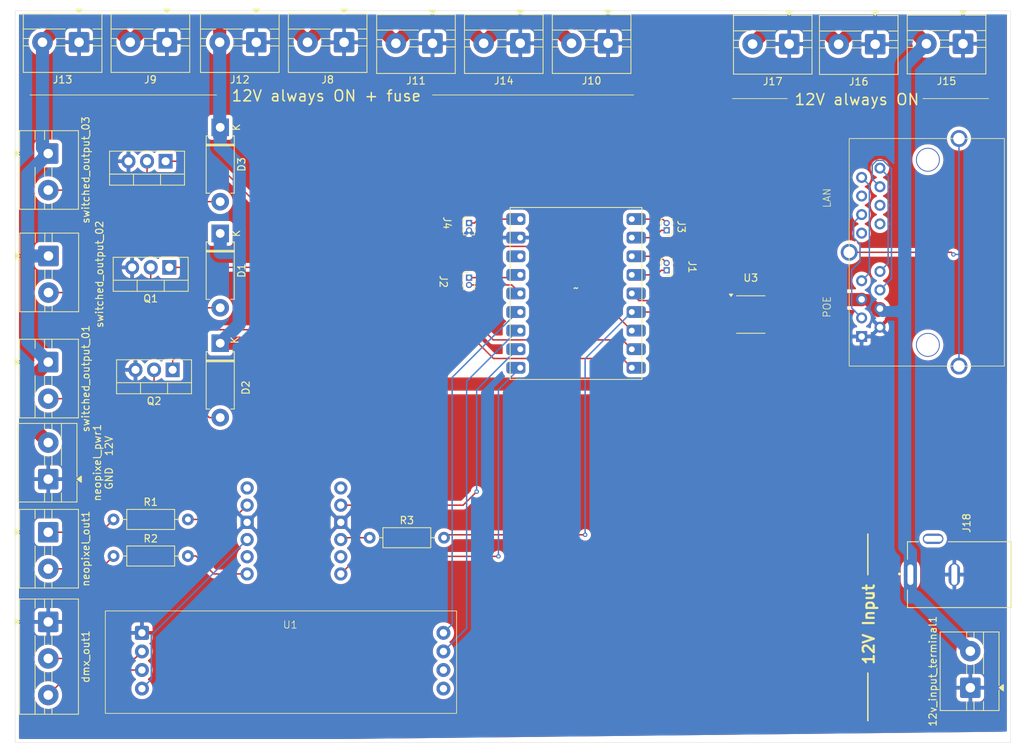
<source format=kicad_pcb>
(kicad_pcb (version 20241229) (generator "pcbnew") (generator_version "9.0")
  (layers (0 "F.Cu" signal) (2 "B.Cu" signal) (13 "F.Paste" user) (15 "B.Paste" user) (5 "F.SilkS" user "F.Silkscreen") (7 "B.SilkS" user "B.Silkscreen") (1 "F.Mask" user) (3 "B.Mask" user) (25 "Edge.Cuts" user))
  (net 0 "")
  (net 1 "Net-(D1-A)")
  (net 2 "/SW 12V")
  (net 3 "Net-(D2-A)")
  (net 4 "Net-(D3-A)")
  (net 5 "VCC 12V")
  (net 6 "GND")
  (net 7 "Net-(J20-Pad11)")
  (net 9 "Net-(J20-Pad14)")
  (net 10 "Net-(J20-Pad1)")
  (net 11 "Net-(J20-Pad10)")
  (net 14 "unconnected-(J20-PadSH)")
  (net 17 "Net-(U1-HV3)")
  (net 18 "Net-(U1-HV1)")
  (net 19 "Net-(Q1-G)")
  (net 20 "Net-(U1-LV1)")
  (net 21 "Net-(U3-IN)")
  (net 22 "VCC 5V")
  (net 26 "VCC 3V3")
  (net 27 "Net-(U2-DE)")
  (net 30 "Net-(J4-Pin_1)")
  (net 31 "Net-(U2-B)")
  (net 32 "Net-(U2-A)")
  (net 33 "Net-(neopixel_out1-Pin_1)")
  (net 34 "Net-(neopixel_out1-Pin_2)")
  (net 35 "Net-(J3-Pin_1)")
  (net 36 "Net-(U2-DI)")
  (net 37 "Net-(J3-Pin_2)")
  (net 38 "Net-(U3-ST)")
  (net 39 "Net-(Q3-G)")
  (net 40 "Net-(Q2-G)")
  (net 41 "Net-(U1-LV3)")
  (net 44 "Net-(J2-Pin_1)")
  (net 45 "Net-(J1-Pin_1)")
  (net 46 "Net-(J2-Pin_2)")
  (net 47 "Net-(J1-Pin_2)")
  (footprint "Resistor_THT:R_Axial_DIN0207_L6.3mm_D2.5mm_P10.16mm_Horizontal" (layer "F.Cu") (at 136.92 102.5)
    (property "Reference" "R3" (at 5.08 -2.37 0) (layer "F.SilkS"))
    (property "Value" "R")
    (pad "1" thru_hole circle (at 0 0) (size 1.6 1.6) (drill 0.8) (layers "*.Cu" "*.Mask") (net 26 "VCC 3V3"))
    (pad "2" thru_hole circle (at 10.16 0) (size 1.6 1.6) (drill 0.8) (layers "*.Cu" "*.Mask") (net 38 "Net-(U3-ST)"))
  )
  (footprint "TerminalBlock:TerminalBlock_MaiXu_MX126-5.0-02P_1x02_P5.00mm" (layer "F.Cu") (at 93 94.5 90)
    (property "Reference" "neopixel_pwr1\nGND  12V" (at 2.25 7.5 90) (layer "F.SilkS"))
    (property "Value" "Screw_Terminal_01x02")
    (pad "1" thru_hole roundrect (at 0 0 90) (size 2.8 2.8) (drill 1.3) (layers "*.Cu" "*.Mask") (roundrect_rratio 0.089286) (net 6 "GND"))
    (pad "2" thru_hole circle (at 5 0 90) (size 2.8 2.8) (drill 1.3) (layers "*.Cu" "*.Mask") (net 2 "/SW 12V"))
  )
  (footprint "TerminalBlock:TerminalBlock_MaiXu_MX126-5.0-03P_1x03_P5.00mm" (layer "F.Cu") (at 93 114 -90)
    (property "Reference" "dmx_out1" (at 4.75 -5.12 90) (layer "F.SilkS"))
    (property "Value" "DMX Out")
    (pad "1" thru_hole roundrect (at 0 0 270) (size 2.8 2.8) (drill 1.3) (layers "*.Cu" "*.Mask") (roundrect_rratio 0.089286) (net 6 "GND"))
    (pad "2" thru_hole circle (at 5 0 270) (size 2.8 2.8) (drill 1.3) (layers "*.Cu" "*.Mask") (net 32 "Net-(U2-A)"))
    (pad "3" thru_hole circle (at 10 0 270) (size 2.8 2.8) (drill 1.3) (layers "*.Cu" "*.Mask") (net 31 "Net-(U2-B)"))
  )
  (footprint "Diode_THT:D_DO-15_P10.16mm_Horizontal" (layer "F.Cu") (at 116.5 46.42 -90)
    (property "Reference" "D3" (at 5.08 -2.92 90) (layer "F.SilkS"))
    (property "Value" "D")
    (fp_text user "K" (at 0 -2.2 90) (layer "F.SilkS"))
    (pad "1" thru_hole rect (at 0 0 270) (size 2.4 2.4) (drill 1.2) (layers "*.Cu" "*.Mask") (net 2 "/SW 12V"))
    (pad "2" thru_hole oval (at 10.16 0 270) (size 2.4 2.4) (drill 1.2) (layers "*.Cu" "*.Mask") (net 4 "Net-(D3-A)"))
  )
  (footprint "TerminalBlock:TerminalBlock_MaiXu_MX126-5.0-02P_1x02_P5.00mm" (layer "F.Cu") (at 169.5 34.935 180)
    (property "Reference" "J10" (at 2.25 -5.12 0) (layer "F.SilkS"))
    (property "Value" "Screw_Terminal_01x02")
    (pad "1" thru_hole roundrect (at 0 0 180) (size 2.8 2.8) (drill 1.3) (layers "*.Cu" "*.Mask") (roundrect_rratio 0.089286) (net 6 "GND"))
    (pad "2" thru_hole circle (at 5 0 180) (size 2.8 2.8) (drill 1.3) (layers "*.Cu" "*.Mask") (net 2 "/SW 12V"))
  )
  (footprint "Package_TO_SOT_THT:TO-220-3_Vertical" (layer "F.Cu") (at 109.04 51.055 180)
    (property "Reference" "Q3" (hide yes))
    (property "Value" "IRLZ44N")
    (pad "1" thru_hole rect (at 0 0 180) (size 1.905 2) (drill 1.1) (layers "*.Cu" "*.Mask") (net 39 "Net-(Q3-G)"))
    (pad "2" thru_hole oval (at 2.54 0 180) (size 1.905 2) (drill 1.1) (layers "*.Cu" "*.Mask") (net 4 "Net-(D3-A)"))
    (pad "3" thru_hole oval (at 5.08 0 180) (size 1.905 2) (drill 1.1) (layers "*.Cu" "*.Mask") (net 6 "GND"))
  )
  (footprint "eigene_footprints:RJ45_X2_CC_Aliexpress" (layer "F.Cu") (at 204.15 75.005 90)
    (property "Reference" "J20" (hide yes))
    (property "Value" "rj45-CC-X2-Aliexpress")
    (pad "" np_thru_hole circle (at -1.145 9.05 90) (size 3.25 3.25) (drill 3) (layers "*.Cu" "*.Mask"))
    (pad "" np_thru_hole circle (at 24.155 9.05 90) (size 3.25 3.25) (drill 3) (layers "*.Cu" "*.Mask"))
    (pad "1" thru_hole circle (at 23.01 2.5 90) (size 1.5 1.5) (drill 0.89) (layers "*.Cu" "*.Mask") (net 10 "Net-(J20-Pad1)"))
    (pad "2" thru_hole circle (at 21.74 0 90) (size 1.5 1.5) (drill 0.89) (layers "*.Cu" "*.Mask") (net 11 "Net-(J20-Pad10)"))
    (pad "3" thru_hole circle (at 20.47 2.5 90) (size 1.5 1.5) (drill 0.89) (layers "*.Cu" "*.Mask") (net 7 "Net-(J20-Pad11)"))
    (pad "4" thru_hole circle (at 19.2 0 90) (size 1.5 1.5) (drill 0.89) (layers "*.Cu" "*.Mask"))
    (pad "5" thru_hole circle (at 17.93 2.5 90) (size 1.5 1.5) (drill 0.89) (layers "*.Cu" "*.Mask"))
    (pad "6" thru_hole circle (at 16.66 0 90) (size 1.5 1.5) (drill 0.89) (layers "*.Cu" "*.Mask") (net 9 "Net-(J20-Pad14)"))
    (pad "7" thru_hole circle (at 15.39 2.5 90) (size 1.5 1.5) (drill 0.89) (layers "*.Cu" "*.Mask"))
    (pad "8" thru_hole circle (at 14.12 0 90) (size 1.5 1.5) (drill 0.89) (layers "*.Cu" "*.Mask"))
    (pad "9" thru_hole circle (at 8.89 2.5 90) (size 1.5 1.5) (drill 0.89) (layers "*.Cu" "*.Mask") (net 10 "Net-(J20-Pad1)"))
    (pad "10" thru_hole circle (at 7.62 0 90) (size 1.5 1.5) (drill 0.89) (layers "*.Cu" "*.Mask") (net 11 "Net-(J20-Pad10)"))
    (pad "11" thru_hole circle (at 6.35 2.5 90) (size 1.5 1.5) (drill 0.89) (layers "*.Cu" "*.Mask") (net 7 "Net-(J20-Pad11)"))
    (pad "12" thru_hole circle (at 5.08 0 90) (size 1.5 1.5) (drill 0.89) (layers "*.Cu" "*.Mask") (net 5 "VCC 12V"))
    (pad "13" thru_hole circle (at 3.81 2.5 90) (size 1.5 1.5) (drill 0.89) (layers "*.Cu" "*.Mask") (net 5 "VCC 12V"))
    (pad "14" thru_hole circle (at 2.54 0 90) (size 1.5 1.5) (drill 0.89) (layers "*.Cu" "*.Mask") (net 9 "Net-(J20-Pad14)"))
    (pad "15" thru_hole circle (at 1.27 2.5 90) (size 1.5 1.5) (drill 0.89) (layers "*.Cu" "*.Mask") (net 6 "GND"))
    (pad "16" thru_hole rect (at 0 0 90) (size 1.5 1.5) (drill 0.89) (layers "*.Cu" "*.Mask") (net 6 "GND"))
    (pad "SH" thru_hole circle (at -4.045 13.3 90) (size 2.3 2.3) (drill 1.57) (layers "*.Cu" "*.Mask") (net 14 "unconnected-(J20-PadSH)"))
    (pad "SH" thru_hole circle (at 11.505 -1.7 90) (size 2.3 2.3) (drill 1.57) (layers "*.Cu" "*.Mask") (net 14 "unconnected-(J20-PadSH)"))
    (pad "SH" thru_hole circle (at 27.055 13.3 90) (size 2.3 2.3) (drill 1.57) (layers "*.Cu" "*.Mask") (net 14 "unconnected-(J20-PadSH)"))
  )
  (footprint "TerminalBlock:TerminalBlock_MaiXu_MX126-5.0-02P_1x02_P5.00mm" (layer "F.Cu") (at 218 35 180)
    (property "Reference" "J15" (at 2.25 -5.12 0) (layer "F.SilkS"))
    (property "Value" "Screw_Terminal_01x02")
    (pad "1" thru_hole roundrect (at 0 0 180) (size 2.8 2.8) (drill 1.3) (layers "*.Cu" "*.Mask") (roundrect_rratio 0.089286) (net 6 "GND"))
    (pad "2" thru_hole circle (at 5 0 180) (size 2.8 2.8) (drill 1.3) (layers "*.Cu" "*.Mask") (net 5 "VCC 12V"))
  )
  (footprint "eigene_footprints:ESP32-S3-Zero" (layer "F.Cu") (at 154.96 81.82)
    (property "Reference" "ESP32_S3")
    (property "Value" "~" (at 10.16 -13.45 0) (layer "F.SilkS"))
    (pad "1" thru_hole roundrect (at 2.54 -15.24) (size 2.6 1.6002) (drill 0.8 (offset -0.6 0)) (layers "*.Cu" "*.Mask") (net 44 "Net-(J2-Pin_1)"))
    (pad "2" thru_hole roundrect (at 2.54 -12.7) (size 2.6 1.6002) (drill 0.8 (offset -0.6 0)) (layers "*.Cu" "*.Mask") (net 46 "Net-(J2-Pin_2)"))
    (pad "3" thru_hole roundrect (at 2.54 -10.16) (size 2.6 1.6002) (drill 0.8 (offset -0.6 0)) (layers "*.Cu" "*.Mask") (net 36 "Net-(U2-DI)"))
    (pad "3V3" thru_hole roundrect (at 2.54 -17.78) (size 2.6 1.6002) (drill 0.8 (offset -0.6 0)) (layers "*.Cu" "*.Mask"))
    (pad "4" thru_hole roundrect (at 2.54 -7.62) (size 2.6 1.6002) (drill 0.8 (offset -0.6 0)) (layers "*.Cu" "*.Mask") (net 27 "Net-(U2-DE)"))
    (pad "5" thru_hole roundrect (at 2.54 -5.08) (size 2.6 1.6002) (drill 0.8 (offset -0.6 0)) (layers "*.Cu" "*.Mask") (net 41 "Net-(U1-LV3)"))
    (pad "5V" thru_hole roundrect (at 2.54 -22.86) (size 2.6 1.6002) (drill 0.8 (offset -0.6 0)) (layers "*.Cu" "*.Mask") (net 30 "Net-(J4-Pin_1)"))
    (pad "6" thru_hole roundrect (at 2.54 -2.54) (size 2.6 1.6002) (drill 0.8 (offset -0.6 0)) (layers "*.Cu" "*.Mask") (net 20 "Net-(U1-LV1)"))
    (pad "7" thru_hole roundrect (at 17.78 -2.54) (size 2.6 1.6002) (drill 0.8 (offset 0.6 0)) (layers "*.Cu" "*.Mask") (net 40 "Net-(Q2-G)"))
    (pad "8" thru_hole roundrect (at 17.78 -5.08) (size 2.6 1.6002) (drill 0.8 (offset 0.6 0)) (layers "*.Cu" "*.Mask") (net 19 "Net-(Q1-G)"))
    (pad "9" thru_hole roundrect (at 17.78 -7.62) (size 2.6 1.6002) (drill 0.8 (offset 0.6 0)) (layers "*.Cu" "*.Mask") (net 39 "Net-(Q3-G)"))
    (pad "10" thru_hole roundrect (at 17.78 -10.16) (size 2.6 1.6002) (drill 0.8 (offset 0.6 0)) (layers "*.Cu" "*.Mask") (net 38 "Net-(U3-ST)"))
    (pad "11" thru_hole roundrect (at 17.78 -12.7) (size 2.6 1.6) (drill 0.8 (offset 0.6 0)) (layers "*.Cu" "*.Mask") (net 21 "Net-(U3-IN)"))
    (pad "12" thru_hole roundrect (at 17.78 -15.24) (size 2.6 1.6) (drill 0.8 (offset 0.6 0)) (layers "*.Cu" "*.Mask") (net 45 "Net-(J1-Pin_1)"))
    (pad "13" thru_hole roundrect (at 17.78 -17.78) (size 2.6 1.6) (drill 0.8 (offset 0.6 0)) (layers "*.Cu" "*.Mask") (net 47 "Net-(J1-Pin_2)"))
    (pad "GND" thru_hole roundrect (at 2.54 -20.32) (size 2.6 1.6002) (drill 0.8 (offset -0.6 0)) (layers "*.Cu" "*.Mask") (net 6 "GND"))
    (pad "RX" thru_hole roundrect (at 17.78 -20.32) (size 2.6 1.6) (drill 0.8 (offset 0.6 0)) (layers "*.Cu" "*.Mask") (net 35 "Net-(J3-Pin_1)"))
    (pad "TX" thru_hole roundrect (at 17.78 -22.86) (size 2.6 1.6) (drill 0.8 (offset 0.6 0)) (layers "*.Cu" "*.Mask") (net 37 "Net-(J3-Pin_2)"))
  )
  (footprint "TerminalBlock:TerminalBlock_MaiXu_MX126-5.0-02P_1x02_P5.00mm" (layer "F.Cu") (at 121.4274 34.7973 180)
    (property "Reference" "J12" (at 2.25 -5.12 0) (layer "F.SilkS"))
    (property "Value" "Screw_Terminal_01x02")
    (pad "1" thru_hole roundrect (at 0 0 180) (size 2.8 2.8) (drill 1.3) (layers "*.Cu" "*.Mask") (roundrect_rratio 0.089286) (net 6 "GND"))
    (pad "2" thru_hole circle (at 5 0 180) (size 2.8 2.8) (drill 1.3) (layers "*.Cu" "*.Mask") (net 2 "/SW 12V"))
  )
  (footprint "TerminalBlock:TerminalBlock_MaiXu_MX126-5.0-02P_1x02_P5.00mm" (layer "F.Cu") (at 145.5 34.935 180)
    (property "Reference" "J11" (at 2.25 -5.12 0) (layer "F.SilkS"))
    (property "Value" "Screw_Terminal_01x02")
    (pad "1" thru_hole roundrect (at 0 0 180) (size 2.8 2.8) (drill 1.3) (layers "*.Cu" "*.Mask") (roundrect_rratio 0.089286) (net 6 "GND"))
    (pad "2" thru_hole circle (at 5 0 180) (size 2.8 2.8) (drill 1.3) (layers "*.Cu" "*.Mask") (net 2 "/SW 12V"))
  )
  (footprint "TerminalBlock:TerminalBlock_MaiXu_MX126-5.0-02P_1x02_P5.00mm" (layer "F.Cu") (at 109.2103 34.7897 180)
    (property "Reference" "J9" (at 2.25 -5.12 0) (layer "F.SilkS"))
    (property "Value" "Screw_Terminal_01x02")
    (pad "1" thru_hole roundrect (at 0 0 180) (size 2.8 2.8) (drill 1.3) (layers "*.Cu" "*.Mask") (roundrect_rratio 0.089286) (net 6 "GND"))
    (pad "2" thru_hole circle (at 5 0 180) (size 2.8 2.8) (drill 1.3) (layers "*.Cu" "*.Mask") (net 2 "/SW 12V"))
  )
  (footprint "TerminalBlock:TerminalBlock_MaiXu_MX126-5.0-02P_1x02_P5.00mm" (layer "F.Cu") (at 97.2103 34.7897 180)
    (property "Reference" "J13" (at 2.25 -5.12 0) (layer "F.SilkS"))
    (property "Value" "Screw_Terminal_01x02")
    (pad "1" thru_hole roundrect (at 0 0 180) (size 2.8 2.8) (drill 1.3) (layers "*.Cu" "*.Mask") (roundrect_rratio 0.089286) (net 6 "GND"))
    (pad "2" thru_hole circle (at 5 0 180) (size 2.8 2.8) (drill 1.3) (layers "*.Cu" "*.Mask") (net 2 "/SW 12V"))
  )
  (footprint "Package_TO_SOT_THT:TO-220-3_Vertical" (layer "F.Cu") (at 109.54 65.555 180)
    (property "Reference" "Q1" (at 2.54 -4.27 0) (layer "F.SilkS"))
    (property "Value" "IRLZ44N")
    (pad "1" thru_hole rect (at 0 0 180) (size 1.905 2) (drill 1.1) (layers "*.Cu" "*.Mask") (net 19 "Net-(Q1-G)"))
    (pad "2" thru_hole oval (at 2.54 0 180) (size 1.905 2) (drill 1.1) (layers "*.Cu" "*.Mask") (net 1 "Net-(D1-A)"))
    (pad "3" thru_hole oval (at 5.08 0 180) (size 1.905 2) (drill 1.1) (layers "*.Cu" "*.Mask") (net 6 "GND"))
  )
  (footprint "LOGO" (layer "F.Cu") (at 183.5 112.5)
    (property "Reference" "G***" (hide yes))
    (property "Value" "LOGO" (hide yes))
  )
  (footprint "eigene_footprints:max845 modul" (layer "F.Cu") (at 105.8 115.5)
    (property "Reference" "U2" (hide yes))
    (property "Value" "MAX485E")
    (pad "1" thru_hole circle (at 41.2 7.62) (size 1.905 1.905) (drill 1) (layers "*.Cu" "*.Mask"))
    (pad "2" thru_hole circle (at 41.2 5.08) (size 1.905 1.905) (drill 1) (layers "*.Cu" "*.Mask"))
    (pad "3" thru_hole circle (at 41.2 2.54) (size 1.905 1.905) (drill 1) (layers "*.Cu" "*.Mask") (net 27 "Net-(U2-DE)"))
    (pad "4" thru_hole circle (at 41.2 0) (size 1.905 1.905) (drill 1) (layers "*.Cu" "*.Mask") (net 36 "Net-(U2-DI)"))
    (pad "5" thru_hole roundrect (at 0 0) (size 1.905 1.905) (drill 1) (layers "*.Cu" "*.Mask") (roundrect_rratio 0.1312335958) (net 6 "GND"))
    (pad "6" thru_hole circle (at 0 2.54) (size 1.905 1.905) (drill 1) (layers "*.Cu" "*.Mask") (net 32 "Net-(U2-A)"))
    (pad "7" thru_hole circle (at 0 5.08) (size 1.905 1.905) (drill 1) (layers "*.Cu" "*.Mask") (net 31 "Net-(U2-B)"))
    (pad "8" thru_hole circle (at 0 7.62) (size 1.905 1.905) (drill 1) (layers "*.Cu" "*.Mask") (net 22 "VCC 5V"))
  )
  (footprint "TerminalBlock:TerminalBlock_MaiXu_MX126-5.0-02P_1x02_P5.00mm" (layer "F.Cu") (at 206 35.065 180)
    (property "Reference" "J16" (at 2.25 -5.12 0) (layer "F.SilkS"))
    (property "Value" "Screw_Terminal_01x02")
    (pad "1" thru_hole roundrect (at 0 0 180) (size 2.8 2.8) (drill 1.3) (layers "*.Cu" "*.Mask") (roundrect_rratio 0.089286) (net 6 "GND"))
    (pad "2" thru_hole circle (at 5 0 180) (size 2.8 2.8) (drill 1.3) (layers "*.Cu" "*.Mask") (net 5 "VCC 12V"))
  )
  (footprint "TerminalBlock:TerminalBlock_MaiXu_MX126-5.0-02P_1x02_P5.00mm" (layer "F.Cu") (at 194.25 35.0325 180)
    (property "Reference" "J17" (at 2.25 -5.12 0) (layer "F.SilkS"))
    (property "Value" "Screw_Terminal_01x02")
    (pad "1" thru_hole roundrect (at 0 0 180) (size 2.8 2.8) (drill 1.3) (layers "*.Cu" "*.Mask") (roundrect_rratio 0.089286) (net 6 "GND"))
    (pad "2" thru_hole circle (at 5 0 180) (size 2.8 2.8) (drill 1.3) (layers "*.Cu" "*.Mask") (net 5 "VCC 12V"))
  )
  (footprint "Connector_PinHeader_1.00mm:PinHeader_1x02_P1.00mm_Vertical" (layer "F.Cu") (at 177.5 65.96 180)
    (property "Reference" "J1" (at -3.5 0.46 270) (layer "F.SilkS"))
    (property "Value" "Conn_01x02_Pin")
    (pad "1" thru_hole rect (at 0 0 180) (size 0.85 0.85) (drill 0.5) (layers "*.Cu" "*.Mask") (net 45 "Net-(J1-Pin_1)"))
    (pad "2" thru_hole circle (at 0 1 180) (size 0.85 0.85) (drill 0.5) (layers "*.Cu" "*.Mask") (net 47 "Net-(J1-Pin_2)"))
  )
  (footprint "Package_SO:SOIC-8_3.9x4.9mm_P1.27mm" (layer "F.Cu") (at 189 72)
    (property "Reference" "U3" (at 0 -5 0) (layer "F.SilkS"))
    (property "Value" "~")
    (pad "1" smd roundrect (at -2.475 -1.905) (size 1.95 0.6) (layers "F.Cu" "F.Mask" "F.Paste") (net 21 "Net-(U3-IN)"))
    (pad "2" smd roundrect (at -2.475 -0.635) (size 1.95 0.6) (layers "F.Cu" "F.Mask" "F.Paste") (net 38 "Net-(U3-ST)"))
    (pad "3" smd roundrect (at -2.475 0.635) (size 1.95 0.6) (layers "F.Cu" "F.Mask" "F.Paste") (net 6 "GND"))
    (pad "4" smd roundrect (at -2.475 1.905) (size 1.95 0.6) (layers "F.Cu" "F.Mask" "F.Paste") (net 2 "/SW 12V"))
    (pad "5" smd roundrect (at 2.475 1.905) (size 1.95 0.6) (layers "F.Cu" "F.Mask" "F.Paste") (net 5 "VCC 12V"))
    (pad "6" smd roundrect (at 2.475 0.635) (size 1.95 0.6) (layers "F.Cu" "F.Mask" "F.Paste") (net 5 "VCC 12V"))
    (pad "7" smd roundrect (at 2.475 -0.635) (size 1.95 0.6) (layers "F.Cu" "F.Mask" "F.Paste") (net 5 "VCC 12V"))
    (pad "8" smd roundrect (at 2.475 -1.905) (size 1.95 0.6) (layers "F.Cu" "F.Mask" "F.Paste") (net 5 "VCC 12V"))
  )
  (footprint "Resistor_THT:R_Axial_DIN0207_L6.3mm_D2.5mm_P10.16mm_Horizontal" (layer "F.Cu") (at 101.92 105)
    (property "Reference" "R2" (at 5.08 -2.37 0) (layer "F.SilkS"))
    (property "Value" "R")
    (pad "1" thru_hole circle (at 0 0) (size 1.6 1.6) (drill 0.8) (layers "*.Cu" "*.Mask") (net 34 "Net-(neopixel_out1-Pin_2)"))
    (pad "2" thru_hole oval (at 10.16 0) (size 1.6 1.6) (drill 0.8) (layers "*.Cu" "*.Mask") (net 18 "Net-(U1-HV1)"))
  )
  (footprint "TerminalBlock:TerminalBlock_MaiXu_MX126-5.0-02P_1x02_P5.00mm" (layer "F.Cu") (at 219 123 90)
    (property "Reference" "12v_input_terminal1" (at 2.25 -5.12 90) (layer "F.SilkS"))
    (property "Value" "Screw_Terminal_01x02")
    (pad "1" thru_hole roundrect (at 0 0 90) (size 2.8 2.8) (drill 1.3) (layers "*.Cu" "*.Mask") (roundrect_rratio 0.089286) (net 6 "GND"))
    (pad "2" thru_hole circle (at 5 0 90) (size 2.8 2.8) (drill 1.3) (layers "*.Cu" "*.Mask") (net 5 "VCC 12V"))
  )
  (footprint "TerminalBlock:TerminalBlock_MaiXu_MX126-5.0-02P_1x02_P5.00mm" (layer "F.Cu") (at 157.5 34.935 180)
    (property "Reference" "J14" (at 2.25 -5.12 0) (layer "F.SilkS"))
    (property "Value" "Screw_Terminal_01x02")
    (pad "1" thru_hole roundrect (at 0 0 180) (size 2.8 2.8) (drill 1.3) (layers "*.Cu" "*.Mask") (roundrect_rratio 0.089286) (net 6 "GND"))
    (pad "2" thru_hole circle (at 5 0 180) (size 2.8 2.8) (drill 1.3) (layers "*.Cu" "*.Mask") (net 2 "/SW 12V"))
  )
  (footprint "TerminalBlock:TerminalBlock_MaiXu_MX126-5.0-02P_1x02_P5.00mm" (layer "F.Cu") (at 93 101.75 -90)
    (property "Reference" "neopixel_out1" (at 2.25 -5.12 90) (layer "F.SilkS"))
    (property "Value" "Screw_Terminal_01x02")
    (pad "1" thru_hole roundrect (at 0 0 270) (size 2.8 2.8) (drill 1.3) (layers "*.Cu" "*.Mask") (roundrect_rratio 0.089286) (net 33 "Net-(neopixel_out1-Pin_1)"))
    (pad "2" thru_hole circle (at 5 0 270) (size 2.8 2.8) (drill 1.3) (layers "*.Cu" "*.Mask") (net 34 "Net-(neopixel_out1-Pin_2)"))
  )
  (footprint "eigene_footprints:CUI_PJ-050BH" (layer "F.Cu") (at 210.8125 107.55 180)
    (property "Reference" "J18" (at -7.6875 7.05 90) (layer "F.SilkS"))
    (property "Value" "Barrel_Jack_MountingPin")
    (pad "1" thru_hole oval (at 0 0 180) (size 1.65 3.3) (drill oval 0.8 2.8) (layers "*.Cu" "*.Mask") (net 5 "VCC 12V"))
    (pad "2" thru_hole oval (at -6 0 180) (size 1.55 3.1) (drill oval 0.8 2.8) (layers "*.Cu" "*.Mask") (net 6 "GND"))
    (pad "MP" thru_hole oval (at -3.1 4.9 180) (size 2.8 1.4) (drill oval 2.5 0.8) (layers "*.Cu" "*.Mask"))
  )
  (footprint "Connector_PinHeader_1.00mm:PinHeader_1x02_P1.00mm_Vertical" (layer "F.Cu") (at 177.5 60.5 180)
    (property "Reference" "J3" (at -2 0.5 270) (layer "F.SilkS"))
    (property "Value" "Conn_01x02_Pin")
    (pad "1" thru_hole rect (at 0 0 180) (size 0.85 0.85) (drill 0.5) (layers "*.Cu" "*.Mask") (net 35 "Net-(J3-Pin_1)"))
    (pad "2" thru_hole circle (at 0 1 180) (size 0.85 0.85) (drill 0.5) (layers "*.Cu" "*.Mask") (net 37 "Net-(J3-Pin_2)"))
  )
  (footprint "Diode_THT:D_DO-15_P10.16mm_Horizontal" (layer "F.Cu") (at 116.5 60.92 -90)
    (property "Reference" "D1" (at 5.08 -2.92 90) (layer "F.SilkS"))
    (property "Value" "D")
    (fp_text user "K" (at 0 -2.2 90) (layer "F.SilkS"))
    (pad "1" thru_hole rect (at 0 0 270) (size 2.4 2.4) (drill 1.2) (layers "*.Cu" "*.Mask") (net 2 "/SW 12V"))
    (pad "2" thru_hole oval (at 10.16 0 270) (size 2.4 2.4) (drill 1.2) (layers "*.Cu" "*.Mask") (net 1 "Net-(D1-A)"))
  )
  (footprint "TerminalBlock:TerminalBlock_MaiXu_MX126-5.0-02P_1x02_P5.00mm" (layer "F.Cu") (at 93.0325 64 -90)
    (property "Reference" "switched_output_02" (at 2.5 -6.9675 90) (layer "F.SilkS"))
    (property "Value" "Screw_Terminal_01x02")
    (pad "1" thru_hole roundrect (at 0 0 270) (size 2.8 2.8) (drill 1.3) (layers "*.Cu" "*.Mask") (roundrect_rratio 0.089286) (net 2 "/SW 12V"))
    (pad "2" thru_hole circle (at 5 0 270) (size 2.8 2.8) (drill 1.3) (layers "*.Cu" "*.Mask") (net 1 "Net-(D1-A)"))
  )
  (footprint "TerminalBlock:TerminalBlock_MaiXu_MX126-5.0-02P_1x02_P5.00mm" (layer "F.Cu") (at 93 50 -90)
    (property "Reference" "switched_output_03" (at 2.25 -5.12 90) (layer "F.SilkS"))
    (property "Value" "Screw_Terminal_01x02")
    (pad "1" thru_hole roundrect (at 0 0 270) (size 2.8 2.8) (drill 1.3) (layers "*.Cu" "*.Mask") (roundrect_rratio 0.089286) (net 2 "/SW 12V"))
    (pad "2" thru_hole circle (at 5 0 270) (size 2.8 2.8) (drill 1.3) (layers "*.Cu" "*.Mask") (net 4 "Net-(D3-A)"))
  )
  (footprint "Connector_PinHeader_1.00mm:PinHeader_1x02_P1.00mm_Vertical" (layer "F.Cu") (at 150.5 59.5)
    (property "Reference" "J4" (at -3 0 270) (layer "F.SilkS"))
    (property "Value" "Conn_01x02_Pin")
    (pad "1" thru_hole rect (at 0 0) (size 0.85 0.85) (drill 0.5) (layers "*.Cu" "*.Mask") (net 30 "Net-(J4-Pin_1)"))
    (pad "2" thru_hole circle (at 0 1) (size 0.85 0.85) (drill 0.5) (layers "*.Cu" "*.Mask") (net 6 "GND"))
  )
  (footprint "Connector_PinHeader_1.00mm:PinHeader_1x02_P1.00mm_Vertical" (layer "F.Cu") (at 150.5 66.96)
    (property "Reference" "J2" (at -3.5 0.54 270) (layer "F.SilkS"))
    (property "Value" "Conn_01x02_Pin")
    (pad "1" thru_hole rect (at 0 0) (size 0.85 0.85) (drill 0.5) (layers "*.Cu" "*.Mask") (net 44 "Net-(J2-Pin_1)"))
    (pad "2" thru_hole circle (at 0 1) (size 0.85 0.85) (drill 0.5) (layers "*.Cu" "*.Mask") (net 46 "Net-(J2-Pin_2)"))
  )
  (footprint "TerminalBlock:TerminalBlock_MaiXu_MX126-5.0-02P_1x02_P5.00mm" (layer "F.Cu") (at 133.4274 34.7973 180)
    (property "Reference" "J8" (at 2.25 -5.12 0) (layer "F.SilkS"))
    (property "Value" "Screw_Terminal_01x02")
    (pad "1" thru_hole roundrect (at 0 0 180) (size 2.8 2.8) (drill 1.3) (layers "*.Cu" "*.Mask") (roundrect_rratio 0.089286) (net 6 "GND"))
    (pad "2" thru_hole circle (at 5 0 180) (size 2.8 2.8) (drill 1.3) (layers "*.Cu" "*.Mask") (net 2 "/SW 12V"))
  )
  (footprint "Package_TO_SOT_THT:TO-220-3_Vertical" (layer "F.Cu") (at 110 79.555 180)
    (property "Reference" "Q2" (at 2.54 -4.27 0) (layer "F.SilkS"))
    (property "Value" "IRLZ44N")
    (pad "1" thru_hole rect (at 0 0 180) (size 1.905 2) (drill 1.1) (layers "*.Cu" "*.Mask") (net 40 "Net-(Q2-G)"))
    (pad "2" thru_hole oval (at 2.54 0 180) (size 1.905 2) (drill 1.1) (layers "*.Cu" "*.Mask") (net 3 "Net-(D2-A)"))
    (pad "3" thru_hole oval (at 5.08 0 180) (size 1.905 2) (drill 1.1) (layers "*.Cu" "*.Mask") (net 6 "GND"))
  )
  (footprint "Diode_THT:D_DO-15_P10.16mm_Horizontal" (layer "F.Cu") (at 116.5 75.92 -90)
    (property "Reference" "D2" (at 6.08 -3.5 90) (layer "F.SilkS"))
    (property "Value" "D")
    (fp_text user "K" (at -0.42 -2 90) (layer "F.SilkS"))
    (pad "1" thru_hole rect (at 0 0 270) (size 2.4 2.4) (drill 1.2) (layers "*.Cu" "*.Mask") (net 2 "/SW 12V"))
    (pad "2" thru_hole oval (at 10.16 0 270) (size 2.4 2.4) (drill 1.2) (layers "*.Cu" "*.Mask") (net 3 "Net-(D2-A)"))
  )
  (footprint "TerminalBlock:TerminalBlock_MaiXu_MX126-5.0-02P_1x02_P5.00mm" (layer "F.Cu") (at 93 78.5 -90)
    (property "Reference" "switched_output_01" (at 2.25 -5.12 90) (layer "F.SilkS"))
    (property "Value" "Screw_Terminal_01x02")
    (pad "1" thru_hole roundrect (at 0 0 270) (size 2.8 2.8) (drill 1.3) (layers "*.Cu" "*.Mask") (roundrect_rratio 0.089286) (net 2 "/SW 12V"))
    (pad "2" thru_hole circle (at 5 0 270) (size 2.8 2.8) (drill 1.3) (layers "*.Cu" "*.Mask") (net 3 "Net-(D2-A)"))
  )
  (footprint "eigene_footprints:level_shifter" (layer "F.Cu") (at 118.575 94.9)
    (property "Reference" "U1" (at 7.5 19.5 0) (layer "F.SilkS") (effects (font (thickness 0.1))))
    (property "Value" "~")
    (pad "1" thru_hole circle (at 14.4 12.55) (size 1.8 1.8) (drill 1) (layers "*.Cu" "*.Mask") (net 20 "Net-(U1-LV1)"))
    (pad "2" thru_hole circle (at 14.4 10.2) (size 1.8 1.8) (drill 1) (layers "*.Cu" "*.Mask"))
    (pad "3" thru_hole circle (at 14.4 7.85) (size 1.8 1.8) (drill 1) (layers "*.Cu" "*.Mask") (net 26 "VCC 3V3"))
    (pad "4" thru_hole roundrect (at 14.4 5.5) (size 1.8 1.8) (drill 1) (layers "*.Cu" "*.Mask") (roundrect_rratio 0.15) (net 6 "GND"))
    (pad "5" thru_hole circle (at 14.4 3.15) (size 1.8 1.8) (drill 1) (layers "*.Cu" "*.Mask") (net 41 "Net-(U1-LV3)"))
    (pad "6" thru_hole circle (at 14.4 0.8) (size 1.8 1.8) (drill 1) (layers "*.Cu" "*.Mask"))
    (pad "7" thru_hole circle (at 1.6 12.55) (size 1.8 1.8) (drill 1) (layers "*.Cu" "*.Mask") (net 18 "Net-(U1-HV1)"))
    (pad "8" thru_hole circle (at 1.6 10.2) (size 1.8 1.8) (drill 1) (layers "*.Cu" "*.Mask"))
    (pad "9" thru_hole circle (at 1.6 7.85) (size 1.8 1.8) (drill 1) (layers "*.Cu" "*.Mask") (net 22 "VCC 5V"))
    (pad "10" thru_hole roundrect (at 1.6 5.5) (size 1.8 1.8) (drill 1) (layers "*.Cu" "*.Mask") (roundrect_rratio 0.15) (net 6 "GND"))
    (pad "11" thru_hole circle (at 1.6 3.15) (size 1.8 1.8) (drill 1) (layers "*.Cu" "*.Mask") (net 17 "Net-(U1-HV3)"))
    (pad "12" thru_hole circle (at 1.6 0.8) (size 1.8 1.8) (drill 1) (layers "*.Cu" "*.Mask"))
  )
  (footprint "Resistor_THT:R_Axial_DIN0207_L6.3mm_D2.5mm_P10.16mm_Horizontal" (layer "F.Cu") (at 101.92 100)
    (property "Reference" "R1" (at 5.08 -2.37 0) (layer "F.SilkS"))
    (property "Value" "R")
    (pad "1" thru_hole circle (at 0 0) (size 1.6 1.6) (drill 0.8) (layers "*.Cu" "*.Mask") (net 33 "Net-(neopixel_out1-Pin_1)"))
    (pad "2" thru_hole oval (at 10.16 0) (size 1.6 1.6) (drill 0.8) (layers "*.Cu" "*.Mask") (net 17 "Net-(U1-HV3)"))
  )
  (gr_line (start 194 42.5) (end 186.5 42.5) (stroke (width 0.1)) (layer "F.SilkS"))
  (gr_line (start 212.5 42.5) (end 221.5 42.5) (stroke (width 0.1)) (layer "F.SilkS"))
  (gr_line (start 116 42) (end 90.5 42) (stroke (width 0.1)) (layer "F.SilkS"))
  (gr_line (start 205 121) (end 205 127.5) (stroke (width 0.2)) (layer "F.SilkS"))
  (gr_line (start 205 107.55) (end 205 102) (stroke (width 0.2)) (layer "F.SilkS"))
  (gr_line (start 145.5 42) (end 173 42) (stroke (width 0.1)) (layer "F.SilkS"))
  (gr_rect (start 88.5 30.5) (end 224.5 130.5) (stroke (width 0.05)) (fill no) (layer "Edge.Cuts"))
  (gr_text "POE" (at 200 72.5 90) (layer "F.SilkS") (effects (font (size 1 1) (thickness 0.1)) (justify left bottom)))
  (gr_text "12V always ON" (at 203.5 43.5 0) (layer "F.SilkS") (effects (font (size 1.5 1.5) (thickness 0.2)) (justify bottom)))
  (gr_text "12V always ON + fuse" (at 131 43 0) (layer "F.SilkS") (effects (font (size 1.5 1.5) (thickness 0.2)) (justify bottom)))
  (gr_text "12V Input" (at 206 120 90) (layer "F.SilkS") (effects (font (size 1.5 1.5) (thickness 0.3) (bold yes)) (justify left bottom)))
  (gr_text "LAN" (at 200 57.5 90) (layer "F.SilkS") (effects (font (size 1 1) (thickness 0.1)) (justify left bottom)))
  (segment (start 104.948 71.08) (end 107 71.08) (width 0.2) (layer "F.Cu") (net 1))
  (segment (start 107 71.08) (end 116.5 71.08) (width 0.2) (layer "F.Cu") (net 1))
  (segment (start 93.0325 69) (end 102.868 69) (width 0.2) (layer "F.Cu") (net 1))
  (segment (start 102.868 69) (end 104.948 71.08) (width 0.2) (layer "F.Cu") (net 1))
  (segment (start 107 65.555) (end 107 71.08) (width 0.2) (layer "F.Cu") (net 1))
  (segment (start 116.4274 31.9475) (end 107.0525 31.9475) (width 1.8) (layer "F.Cu") (net 2))
  (segment (start 116.4274 34.7973) (end 116.4274 31.9475) (width 1.8) (layer "F.Cu") (net 2))
  (segment (start 155.3194 32.1156) (end 152.5 34.935) (width 1.8) (layer "F.Cu") (net 2))
  (segment (start 186.3488 74.0812) (end 186.525 73.905) (width 0.601) (layer "F.Cu") (net 2))
  (segment (start 101.3808 31.9602) (end 95.0398 31.9602) (width 1.8) (layer "F.Cu") (net 2))
  (segment (start 128.4274 34.7973) (end 125.5776 31.9475) (width 1.8) (layer "F.Cu") (net 2))
  (segment (start 116.5 75.92) (end 119.1017 75.92) (width 1.8) (layer "F.Cu") (net 2))
  (segment (start 186.3488 75.055) (end 179.9038 81.5) (width 1.8) (layer "F.Cu") (net 2))
  (segment (start 90.199 81.301) (end 93 78.5) (width 1.8) (layer "F.Cu") (net 2))
  (segment (start 164.5 34.935) (end 161.6806 32.1156) (width 1.8) (layer "F.Cu") (net 2))
  (segment (start 179.9038 81.5) (end 124.6817 81.5) (width 1.8) (layer "F.Cu") (net 2))
  (segment (start 143.3595 32.0755) (end 140.5 34.935) (width 1.8) (layer "F.Cu") (net 2))
  (segment (start 152.5 34.935) (end 149.6405 32.0755) (width 1.8) (layer "F.Cu") (net 2))
  (segment (start 95.0398 31.9602) (end 92.2103 34.7897) (width 1.8) (layer "F.Cu") (net 2))
  (segment (start 161.6806 32.1156) (end 155.3194 32.1156) (width 1.8) (layer "F.Cu") (net 2))
  (segment (start 125.5776 31.9475) (end 116.4274 31.9475) (width 1.8) (layer "F.Cu") (net 2))
  (segment (start 186.3488 75.055) (end 186.3488 74.0812) (width 0.601) (layer "F.Cu") (net 2))
  (segment (start 137.5597 31.9947) (end 131.23 31.9947) (width 1.8) (layer "F.Cu") (net 2))
  (segment (start 104.2103 34.7897) (end 101.3808 31.9602) (width 1.8) (layer "F.Cu") (net 2))
  (segment (start 124.6817 81.5) (end 119.1017 75.92) (width 1.8) (layer "F.Cu") (net 2))
  (segment (start 149.6405 32.0755) (end 143.3595 32.0755) (width 1.8) (layer "F.Cu") (net 2))
  (segment (start 93 89.5) (end 90.199 86.699) (width 1.8) (layer "F.Cu") (net 2))
  (segment (start 131.23 31.9947) (end 128.4274 34.7973) (width 1.8) (layer "F.Cu") (net 2))
  (segment (start 140.5 34.935) (end 137.5597 31.9947) (width 1.8) (layer "F.Cu") (net 2))
  (segment (start 90.199 86.699) (end 90.199 81.301) (width 1.8) (layer "F.Cu") (net 2))
  (segment (start 107.0525 31.9475) (end 104.2103 34.7897) (width 1.8) (layer "F.Cu") (net 2))
  (segment (start 116.5 46.42) (end 116.5 47.7208) (width 1.8) (layer "B.Cu") (net 2))
  (segment (start 119.1017 63.5217) (end 119.1017 51.6234) (width 1.8) (layer "B.Cu") (net 2))
  (segment (start 92.2103 47.8775) (end 92.2103 49.2103) (width 1.8) (layer "B.Cu") (net 2))
  (segment (start 93 50) (end 90.1833 52.8167) (width 1.8) (layer "B.Cu") (net 2))
  (segment (start 116.5 47.7208) (end 116.5 49.0217) (width 1.8) (layer "B.Cu") (net 2))
  (segment (start 119.1017 51.6234) (end 116.5 49.0217) (width 1.8) (layer "B.Cu") (net 2))
  (segment (start 116.5 75.92) (end 119.1017 73.3183) (width 1.8) (layer "B.Cu") (net 2))
  (segment (start 116.5 60.92) (end 116.5 63.5217) (width 1.8) (layer "B.Cu") (net 2))
  (segment (start 116.5 47.7208) (end 116.4274 47.6482) (width 1.8) (layer "B.Cu") (net 2))
  (segment (start 92.2103 49.2103) (end 93 50) (width 1.8) (layer "B.Cu") (net 2))
  (segment (start 90.1833 64) (end 93.0325 64) (width 1.8) (layer "B.Cu") (net 2))
  (segment (start 92.2103 47.1321) (end 92.2103 47.5048) (width 1.8) (layer "B.Cu") (net 2))
  (segment (start 92.2103 45.054) (end 92.2103 47.1321) (width 1.8) (layer "B.Cu") (net 2))
  (segment (start 90.1833 75.6833) (end 93 78.5) (width 1.8) (layer "B.Cu") (net 2))
  (segment (start 92.2103 47.5048) (end 92.2103 47.8775) (width 1.8) (layer "B.Cu") (net 2))
  (segment (start 92.2103 34.7897) (end 92.2103 45.054) (width 1.8) (layer "B.Cu") (net 2))
  (segment (start 119.1017 63.5217) (end 116.5 63.5217) (width 1.8) (layer "B.Cu") (net 2))
  (segment (start 90.1833 52.8167) (end 90.1833 64) (width 1.8) (layer "B.Cu") (net 2))
  (segment (start 116.4274 47.6482) (end 116.4274 34.7973) (width 1.8) (layer "B.Cu") (net 2))
  (segment (start 90.1833 64) (end 90.1833 75.6833) (width 1.8) (layer "B.Cu") (net 2))
  (segment (start 119.1017 73.3183) (end 119.1017 63.5217) (width 1.8) (layer "B.Cu") (net 2))
  (segment (start 108 83.5) (end 112.4183 83.5) (width 0.2) (layer "F.Cu") (net 3))
  (segment (start 107.46 79.555) (end 107.46 83.46) (width 0.2) (layer "F.Cu") (net 3))
  (segment (start 116.5 86.08) (end 114.9983 86.08) (width 0.2) (layer "F.Cu") (net 3))
  (segment (start 107.46 83.46) (end 107.5 83.5) (width 0.2) (layer "F.Cu") (net 3))
  (segment (start 107.5 83.5) (end 108 83.5) (width 0.2) (layer "F.Cu") (net 3))
  (segment (start 93 83.5) (end 106.2058 83.5) (width 0.2) (layer "F.Cu") (net 3))
  (segment (start 106.2058 83.5) (end 107.5 83.5) (width 0.2) (layer "F.Cu") (net 3))
  (segment (start 112.4183 83.5) (end 114.9983 86.08) (width 0.2) (layer "F.Cu") (net 3))
  (segment (start 93 55) (end 106.5 55) (width 0.2) (layer "F.Cu") (net 4))
  (segment (start 106.5 55) (end 106.5 51.055) (width 0.2) (layer "F.Cu") (net 4))
  (segment (start 110.6039 55) (end 112.1839 56.58) (width 0.2) (layer "F.Cu") (net 4))
  (segment (start 106.5 55) (end 110.6039 55) (width 0.2) (layer "F.Cu") (net 4))
  (segment (start 112.1839 56.58) (end 116.5 56.58) (width 0.2) (layer "F.Cu") (net 4))
  (segment (start 204.15 69.965) (end 204.9192 69.965) (width 1.4998) (layer "F.Cu") (net 5))
  (segment (start 201 35.065) (end 198.1307 32.1957) (width 1.8) (layer "F.Cu") (net 5))
  (segment (start 213 35) (end 210.2493 32.2493) (width 1.8) (layer "F.Cu") (net 5))
  (segment (start 191.475 73.905) (end 191.475 72.635) (width 1.8) (layer "F.Cu") (net 5))
  (segment (start 204.15 69.965) (end 204.15 69.925) (width 1.8) (layer "F.Cu") (net 5))
  (segment (start 191.475 72.635) (end 191.475 71.365) (width 1.8) (layer "F.Cu") (net 5))
  (segment (start 204.9192 69.965) (end 206.3996 71.4454) (width 1.4998) (layer "F.Cu") (net 5))
  (segment (start 210.2493 32.2493) (end 203.8157 32.2493) (width 1.8) (layer "F.Cu") (net 5))
  (segment (start 204.15 69.965) (end 191.605 69.965) (width 1.8) (layer "F.Cu") (net 5))
  (segment (start 206.65 71.195) (end 206.3996 71.4454) (width 1.8) (layer "F.Cu") (net 5))
  (segment (start 198.1307 32.1957) (end 192.0868 32.1957) (width 1.8) (layer "F.Cu") (net 5))
  (segment (start 203.8157 32.2493) (end 201 35.065) (width 1.8) (layer "F.Cu") (net 5))
  (segment (start 192.0868 32.1957) (end 189.25 35.0325) (width 1.8) (layer "F.Cu") (net 5))
  (segment (start 191.475 71.365) (end 191.475 70.095) (width 1.8) (layer "F.Cu") (net 5))
  (segment (start 191.605 69.965) (end 191.475 70.095) (width 1.8) (layer "F.Cu") (net 5))
  (segment (start 210.8125 110.6017) (end 211.6017 110.6017) (width 1.8) (layer "B.Cu") (net 5))
  (segment (start 207.0398 71.5848) (end 206.65 71.195) (width 1.4998) (layer "B.Cu") (net 5))
  (segment (start 210.0366 71.5848) (end 209.7281 71.5848) (width 1.4998) (layer "B.Cu") (net 5))
  (segment (start 210.8125 107.55) (end 210.8125 104.4983) (width 1.8) (layer "B.Cu") (net 5))
  (segment (start 210.0367 103.7225) (end 210.0367 71.5848) (width 1.8) (layer "B.Cu") (net 5))
  (segment (start 210.8125 107.55) (end 210.8125 110.6017) (width 1.8) (layer "B.Cu") (net 5))
  (segment (start 209.3073 71.5848) (end 209.7281 71.5848) (width 1.8) (layer "B.Cu") (net 5))
  (segment (start 209.3073 71.5848) (end 207.0398 71.5848) (width 1.4998) (layer "B.Cu") (net 5))
  (segment (start 210.0367 71.5848) (end 210.0367 37.9633) (width 1.8) (layer "B.Cu") (net 5))
  (segment (start 210.8125 104.4983) (end 210.0367 103.7225) (width 1.8) (layer "B.Cu") (net 5))
  (segment (start 210.0367 37.9633) (end 213 35) (width 1.8) (layer "B.Cu") (net 5))
  (segment (start 210.0367 71.5848) (end 210.0366 71.5848) (width 1.4998) (layer "B.Cu") (net 5))
  (segment (start 211.6017 110.6017) (end 219 118) (width 1.8) (layer "B.Cu") (net 5))
  (segment (start 207.0833 50.9354) (end 208.2279 52.08) (width 0.2) (layer "B.Cu") (net 7))
  (segment (start 206.2175 50.9354) (end 207.0833 50.9354) (width 0.2) (layer "B.Cu") (net 7))
  (segment (start 206.65 54.535) (end 205.595 53.48) (width 0.2) (layer "B.Cu") (net 7))
  (segment (start 205.595 51.5579) (end 206.2175 50.9354) (width 0.2) (layer "B.Cu") (net 7))
  (segment (start 205.595 53.48) (end 205.595 51.5579) (width 0.2) (layer "B.Cu") (net 7))
  (segment (start 208.2279 52.08) (end 208.2279 67.0771) (width 0.2) (layer "B.Cu") (net 7))
  (segment (start 208.2279 67.0771) (end 206.65 68.655) (width 0.2) (layer "B.Cu") (net 7))
  (segment (start 203.9264 62.3725) (end 203.9264 64.774) (width 0.2) (layer "B.Cu") (net 9))
  (segment (start 204.15 58.345) (end 203.0561 59.4389) (width 0.2) (layer "B.Cu") (net 9))
  (segment (start 202.7865 71.1015) (end 204.15 72.465) (width 0.2) (layer "B.Cu") (net 9))
  (segment (start 203.0561 59.4389) (end 203.0561 61.5022) (width 0.2) (layer "B.Cu") (net 9))
  (segment (start 203.0561 61.5022) (end 203.9264 62.3725) (width 0.2) (layer "B.Cu") (net 9))
  (segment (start 203.9264 64.774) (end 202.7865 65.9139) (width 0.2) (layer "B.Cu") (net 9))
  (segment (start 202.7865 65.9139) (end 202.7865 71.1015) (width 0.2) (layer "B.Cu") (net 9))
  (segment (start 207.6008 52.9767) (end 207.7673 53.1432) (width 0.2) (layer "B.Cu") (net 10))
  (segment (start 207.7673 53.1432) (end 207.7673 64.9977) (width 0.2) (layer "B.Cu") (net 10))
  (segment (start 207.6008 52.9767) (end 207.7673 53.1432) (width 0.2) (layer "B.Cu") (net 10))
  (segment (start 207.7673 64.9977) (end 206.65 66.115) (width 0.2) (layer "B.Cu") (net 10))
  (segment (start 207.6008 52.9458) (end 207.6008 52.9767) (width 0.2) (layer "B.Cu") (net 10))
  (segment (start 206.65 51.995) (end 207.6008 52.9458) (width 0.2) (layer "B.Cu") (net 10))
  (segment (start 204.15 53.265) (end 205.207 54.322) (width 0.2) (layer "B.Cu") (net 11))
  (segment (start 205.207 66.328) (end 204.15 67.385) (width 0.2) (layer "B.Cu") (net 11))
  (segment (start 205.207 54.322) (end 205.207 66.328) (width 0.2) (layer "B.Cu") (net 11))
  (segment (start 202.45 63.5) (end 216.409 63.5) (width 0.2) (layer "F.Cu") (net 14))
  (segment (start 216.409 63.5) (end 216.6992 63.7902) (width 0.2) (layer "F.Cu") (net 14))
  (via (at 216.6992 63.7902) (size 0.6) (drill 0.3) (layers "F.Cu" "B.Cu") (net 14))
  (segment (start 217.45 47.95) (end 217.45 63.7902) (width 0.2) (layer "B.Cu") (net 14))
  (segment (start 217.45 63.7902) (end 216.6992 63.7902) (width 0.2) (layer "B.Cu") (net 14))
  (segment (start 217.45 79.05) (end 217.45 63.7902) (width 0.2) (layer "B.Cu") (net 14))
  (segment (start 112.08 100) (end 118.225 100) (width 0.2) (layer "F.Cu") (net 17))
  (segment (start 118.225 100) (end 120.175 98.05) (width 0.2) (layer "F.Cu") (net 17))
  (segment (start 120.175 107.45) (end 115.6317 107.45) (width 0.2) (layer "F.Cu") (net 18))
  (segment (start 115.6317 107.45) (end 113.1817 105) (width 0.2) (layer "F.Cu") (net 18))
  (segment (start 112.08 105) (end 113.1817 105) (width 0.2) (layer "F.Cu") (net 18))
  (segment (start 153.8042 75.47) (end 171.47 75.47) (width 0.2) (layer "F.Cu") (net 19))
  (segment (start 171.47 75.47) (end 172.74 76.74) (width 0.2) (layer "F.Cu") (net 19))
  (segment (start 143.8892 65.555) (end 153.8042 75.47) (width 0.2) (layer "F.Cu") (net 19))
  (segment (start 109.54 65.555) (end 143.8892 65.555) (width 0.2) (layer "F.Cu") (net 19))
  (segment (start 154.5203 105.0496) (end 135.3754 105.0496) (width 0.2) (layer "F.Cu") (net 20))
  (segment (start 135.3754 105.0496) (end 132.975 107.45) (width 0.2) (layer "F.Cu") (net 20))
  (via (at 154.5203 105.0496) (size 0.6) (drill 0.3) (layers "F.Cu" "B.Cu") (net 20))
  (segment (start 154.5203 82.2597) (end 154.5203 105.0496) (width 0.2) (layer "B.Cu") (net 20))
  (segment (start 157.5 79.28) (end 154.5203 82.2597) (width 0.2) (layer "B.Cu") (net 20))
  (segment (start 186.525 70.095) (end 173.715 70.095) (width 0.2) (layer "F.Cu") (net 21))
  (segment (start 173.715 70.095) (end 172.74 69.12) (width 0.2) (layer "F.Cu") (net 21))
  (segment (start 107.0873 115.8377) (end 107.0873 121.8327) (width 0.2) (layer "B.Cu") (net 22))
  (segment (start 107.0873 121.8327) (end 105.8 123.12) (width 0.2) (layer "B.Cu") (net 22))
  (segment (start 120.175 102.75) (end 107.0873 115.8377) (width 0.2) (layer "B.Cu") (net 22))
  (segment (start 136.92 102.5) (end 133.225 102.5) (width 0.2) (layer "F.Cu") (net 26))
  (segment (start 133.225 102.5) (end 132.975 102.75) (width 0.2) (layer "F.Cu") (net 26))
  (segment (start 150.1693 114.8707) (end 150.1693 81.1437) (width 0.2) (layer "B.Cu") (net 27))
  (segment (start 157.113 74.2) (end 157.5 74.2) (width 0.2) (layer "B.Cu") (net 27))
  (segment (start 150.1693 81.1437) (end 157.113 74.2) (width 0.2) (layer "B.Cu") (net 27))
  (segment (start 147 118.04) (end 150.1693 114.8707) (width 0.2) (layer "B.Cu") (net 27))
  (segment (start 151.7667 58.96) (end 151.2267 59.5) (width 0.2) (layer "F.Cu") (net 30))
  (segment (start 150.5 59.5) (end 151.2267 59.5) (width 0.2) (layer "F.Cu") (net 30))
  (segment (start 157.5 58.96) (end 151.7667 58.96) (width 0.2) (layer "F.Cu") (net 30))
  (segment (start 96.42 120.58) (end 105.8 120.58) (width 0.2) (layer "F.Cu") (net 31))
  (segment (start 93 124) (end 96.42 120.58) (width 0.2) (layer "F.Cu") (net 31))
  (segment (start 93 119) (end 104.84 119) (width 0.2) (layer "F.Cu") (net 32))
  (segment (start 104.84 119) (end 105.8 118.04) (width 0.2) (layer "F.Cu") (net 32))
  (segment (start 100.17 101.75) (end 101.92 100) (width 0.2) (layer "F.Cu") (net 33))
  (segment (start 93 101.75) (end 100.17 101.75) (width 0.2) (layer "F.Cu") (net 33))
  (segment (start 93 106.75) (end 100.17 106.75) (width 0.2) (layer "F.Cu") (net 34))
  (segment (start 100.17 106.75) (end 101.92 105) (width 0.2) (layer "F.Cu") (net 34))
  (segment (start 176.7733 60.5) (end 175.7733 61.5) (width 0.2) (layer "F.Cu") (net 35))
  (segment (start 175.7733 61.5) (end 172.74 61.5) (width 0.2) (layer "F.Cu") (net 35))
  (segment (start 177.5 60.5) (end 176.7733 60.5) (width 0.2) (layer "F.Cu") (net 35))
  (segment (start 147 115.5) (end 148.195 114.305) (width 0.2) (layer "B.Cu") (net 36))
  (segment (start 148.195 114.305) (end 148.195 80.5889) (width 0.2) (layer "B.Cu") (net 36))
  (segment (start 157.1239 71.66) (end 157.5 71.66) (width 0.2) (layer "B.Cu") (net 36))
  (segment (start 148.195 80.5889) (end 157.1239 71.66) (width 0.2) (layer "B.Cu") (net 36))
  (segment (start 176.96 58.96) (end 177.5 59.5) (width 0.2) (layer "F.Cu") (net 37))
  (segment (start 172.74 58.96) (end 176.96 58.96) (width 0.2) (layer "F.Cu") (net 37))
  (segment (start 147.08 102.5) (end 147.4775 102.1025) (width 0.2) (layer "F.Cu") (net 38))
  (segment (start 172.74 71.66) (end 186.23 71.66) (width 0.2) (layer "F.Cu") (net 38))
  (segment (start 186.23 71.66) (end 186.525 71.365) (width 0.2) (layer "F.Cu") (net 38))
  (segment (start 147.4775 102.1025) (end 166.3639 102.1025) (width 0.2) (layer "F.Cu") (net 38))
  (via (at 166.3639 102.1025) (size 0.6) (drill 0.3) (layers "F.Cu" "B.Cu") (net 38))
  (segment (start 166.3639 78.0361) (end 172.74 71.66) (width 0.2) (layer "B.Cu") (net 38))
  (segment (start 166.3639 102.1025) (end 166.3639 78.0361) (width 0.2) (layer "B.Cu") (net 38))
  (segment (start 172.74 74.2) (end 161.23 62.69) (width 0.2) (layer "F.Cu") (net 39))
  (segment (start 115.6968 51.055) (end 109.04 51.055) (width 0.2) (layer "F.Cu") (net 39))
  (segment (start 161.23 62.69) (end 127.3318 62.69) (width 0.2) (layer "F.Cu") (net 39))
  (segment (start 127.3318 62.69) (end 115.6968 51.055) (width 0.2) (layer "F.Cu") (net 39))
  (segment (start 153.8416 78.01) (end 171.47 78.01) (width 0.2) (layer "F.Cu") (net 40))
  (segment (start 171.47 78.01) (end 172.74 79.28) (width 0.2) (layer "F.Cu") (net 40))
  (segment (start 110 79.555) (end 110 78.2533) (width 0.2) (layer "F.Cu") (net 40))
  (segment (start 110 78.2533) (end 114.1772 74.0761) (width 0.2) (layer "F.Cu") (net 40))
  (segment (start 149.9077 74.0761) (end 153.8416 78.01) (width 0.2) (layer "F.Cu") (net 40))
  (segment (start 114.1772 74.0761) (end 149.9077 74.0761) (width 0.2) (layer "F.Cu") (net 40))
  (segment (start 149.6978 98.05) (end 132.975 98.05) (width 0.2) (layer "F.Cu") (net 41))
  (segment (start 151.5395 96.2083) (end 149.6978 98.05) (width 0.2) (layer "F.Cu") (net 41))
  (via (at 151.5395 96.2083) (size 0.6) (drill 0.3) (layers "F.Cu" "B.Cu") (net 41))
  (segment (start 151.5395 82.278) (end 157.0775 76.74) (width 0.2) (layer "B.Cu") (net 41))
  (segment (start 157.0775 76.74) (end 157.5 76.74) (width 0.2) (layer "B.Cu") (net 41))
  (segment (start 151.5395 96.2083) (end 151.5395 82.278) (width 0.2) (layer "B.Cu") (net 41))
  (segment (start 157.5 66.58) (end 157.12 66.96) (width 0.2) (layer "F.Cu") (net 44))
  (segment (start 157.12 66.96) (end 150.5 66.96) (width 0.2) (layer "F.Cu") (net 44))
  (segment (start 176.7733 65.96) (end 176.1533 66.58) (width 0.2) (layer "F.Cu") (net 45))
  (segment (start 176.1533 66.58) (end 172.74 66.58) (width 0.2) (layer "F.Cu") (net 45))
  (segment (start 177.5 65.96) (end 176.7733 65.96) (width 0.2) (layer "F.Cu") (net 45))
  (segment (start 150.5 67.96) (end 156.34 67.96) (width 0.2) (layer "F.Cu") (net 46))
  (segment (start 156.34 67.96) (end 157.5 69.12) (width 0.2) (layer "F.Cu") (net 46))
  (segment (start 172.74 64.04) (end 176.58 64.04) (width 0.2) (layer "F.Cu") (net 47))
  (segment (start 176.58 64.04) (end 177.5 64.96) (width 0.2) (layer "F.Cu") (net 47))
  (zone (net 6) (net_name "GND") (layer "F.Cu") (priority 1) (connect_pads (clearance 0.5)) (min_thickness 0.25) (fill yes (thermal_gap 0.5) (thermal_bridge_width 0.5))
    (polygon (pts (xy 88.5 30.5) (xy 88.5 130.5) (xy 223.5 129) (xy 224.5 30.5)))
  )
  (zone (net 6) (net_name "GND") (layer "B.Cu") (connect_pads (clearance 0.5)) (min_thickness 0.25) (fill yes (thermal_gap 0.5) (thermal_bridge_width 0.5))
    (polygon (pts (xy 88.5 30.5) (xy 88.5 130.5) (xy 224 129) (xy 224.5 30.5)))
  )
)
</source>
